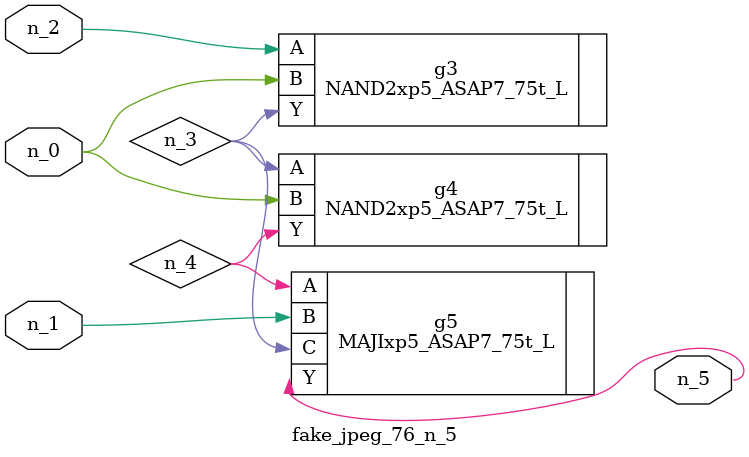
<source format=v>
module fake_jpeg_76_n_5 (n_0, n_2, n_1, n_5);

input n_0;
input n_2;
input n_1;

output n_5;

wire n_3;
wire n_4;

NAND2xp5_ASAP7_75t_L g3 ( 
.A(n_2),
.B(n_0),
.Y(n_3)
);

NAND2xp5_ASAP7_75t_L g4 ( 
.A(n_3),
.B(n_0),
.Y(n_4)
);

MAJIxp5_ASAP7_75t_L g5 ( 
.A(n_4),
.B(n_1),
.C(n_3),
.Y(n_5)
);


endmodule
</source>
